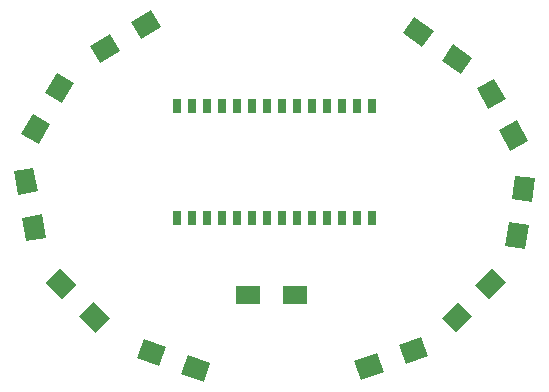
<source format=gbp>
G04 #@! TF.FileFunction,Paste,Bot*
%FSLAX46Y46*%
G04 Gerber Fmt 4.6, Leading zero omitted, Abs format (unit mm)*
G04 Created by KiCad (PCBNEW 4.0.7) date 06/13/18 17:28:52*
%MOMM*%
%LPD*%
G01*
G04 APERTURE LIST*
%ADD10C,0.100000*%
%ADD11R,2.000000X1.600000*%
%ADD12R,0.762000X1.143000*%
G04 APERTURE END LIST*
D10*
G36*
X118360280Y-109037638D02*
X119562362Y-110239720D01*
X118148148Y-111653934D01*
X116946066Y-110451852D01*
X118360280Y-109037638D01*
X118360280Y-109037638D01*
G37*
G36*
X115531852Y-111866066D02*
X116733934Y-113068148D01*
X115319720Y-114482362D01*
X114117638Y-113280280D01*
X115531852Y-111866066D01*
X115531852Y-111866066D01*
G37*
G36*
X112383360Y-114824701D02*
X112964795Y-116422179D01*
X111085410Y-117106219D01*
X110503975Y-115508741D01*
X112383360Y-114824701D01*
X112383360Y-114824701D01*
G37*
G36*
X108624590Y-116192781D02*
X109206025Y-117790259D01*
X107326640Y-118474299D01*
X106745205Y-116876821D01*
X108624590Y-116192781D01*
X108624590Y-116192781D01*
G37*
G36*
X120352791Y-101177899D02*
X122036247Y-101414493D01*
X121757901Y-103395029D01*
X120074445Y-103158435D01*
X120352791Y-101177899D01*
X120352791Y-101177899D01*
G37*
G36*
X119796099Y-105138971D02*
X121479555Y-105375565D01*
X121201209Y-107356101D01*
X119517753Y-107119507D01*
X119796099Y-105138971D01*
X119796099Y-105138971D01*
G37*
G36*
X117094080Y-93762208D02*
X118595091Y-92964107D01*
X119534034Y-94730002D01*
X118033023Y-95528103D01*
X117094080Y-93762208D01*
X117094080Y-93762208D01*
G37*
G36*
X118971966Y-97293998D02*
X120472977Y-96495897D01*
X121411920Y-98261792D01*
X119910909Y-99059893D01*
X118971966Y-97293998D01*
X118971966Y-97293998D01*
G37*
G36*
X110847004Y-89145550D02*
X111822084Y-87752991D01*
X113460388Y-88900144D01*
X112485308Y-90292703D01*
X110847004Y-89145550D01*
X110847004Y-89145550D01*
G37*
G36*
X114123612Y-91439856D02*
X115098692Y-90047297D01*
X116736996Y-91194450D01*
X115761916Y-92587009D01*
X114123612Y-91439856D01*
X114123612Y-91439856D01*
G37*
G36*
X89549076Y-87171878D02*
X90399076Y-88644122D01*
X88667026Y-89644122D01*
X87817026Y-88171878D01*
X89549076Y-87171878D01*
X89549076Y-87171878D01*
G37*
G36*
X86084974Y-89171878D02*
X86934974Y-90644122D01*
X85202924Y-91644122D01*
X84352924Y-90171878D01*
X86084974Y-89171878D01*
X86084974Y-89171878D01*
G37*
G36*
X81535878Y-92480924D02*
X83008122Y-93330924D01*
X82008122Y-95062974D01*
X80535878Y-94212974D01*
X81535878Y-92480924D01*
X81535878Y-92480924D01*
G37*
G36*
X79535878Y-95945026D02*
X81008122Y-96795026D01*
X80008122Y-98527076D01*
X78535878Y-97677076D01*
X79535878Y-95945026D01*
X79535878Y-95945026D01*
G37*
G36*
X77889969Y-100825177D02*
X79564142Y-100529975D01*
X79911439Y-102499591D01*
X78237266Y-102794793D01*
X77889969Y-100825177D01*
X77889969Y-100825177D01*
G37*
G36*
X78584561Y-104764409D02*
X80258734Y-104469207D01*
X80606031Y-106438823D01*
X78931858Y-106734025D01*
X78584561Y-104764409D01*
X78584561Y-104764409D01*
G37*
G36*
X80589638Y-110239720D02*
X81791720Y-109037638D01*
X83205934Y-110451852D01*
X82003852Y-111653934D01*
X80589638Y-110239720D01*
X80589638Y-110239720D01*
G37*
G36*
X83418066Y-113068148D02*
X84620148Y-111866066D01*
X86034362Y-113280280D01*
X84832280Y-114482362D01*
X83418066Y-113068148D01*
X83418066Y-113068148D01*
G37*
G36*
X88330205Y-116612679D02*
X88911640Y-115015201D01*
X90791025Y-115699241D01*
X90209590Y-117296719D01*
X88330205Y-116612679D01*
X88330205Y-116612679D01*
G37*
G36*
X92088975Y-117980759D02*
X92670410Y-116383281D01*
X94549795Y-117067321D01*
X93968360Y-118664799D01*
X92088975Y-117980759D01*
X92088975Y-117980759D01*
G37*
D11*
X101745800Y-111252000D03*
X97745800Y-111252000D03*
D12*
X91745000Y-95250200D03*
X93015000Y-95250200D03*
X94285000Y-95250200D03*
X95555000Y-95250200D03*
X96825000Y-95250200D03*
X98095000Y-95250200D03*
X99365000Y-95250200D03*
X100635000Y-95250200D03*
X101905000Y-95250200D03*
X103175000Y-95250200D03*
X105715000Y-95250200D03*
X104445000Y-95250200D03*
X106985000Y-95250200D03*
X108255000Y-95250200D03*
X108255000Y-104775200D03*
X106985000Y-104775200D03*
X105715000Y-104775200D03*
X104445000Y-104775200D03*
X103175000Y-104775200D03*
X101905000Y-104775200D03*
X100635000Y-104775200D03*
X99365000Y-104775200D03*
X98095000Y-104775200D03*
X96825000Y-104775200D03*
X95555000Y-104775200D03*
X94285000Y-104775200D03*
X93015000Y-104775200D03*
X91745000Y-104775200D03*
M02*

</source>
